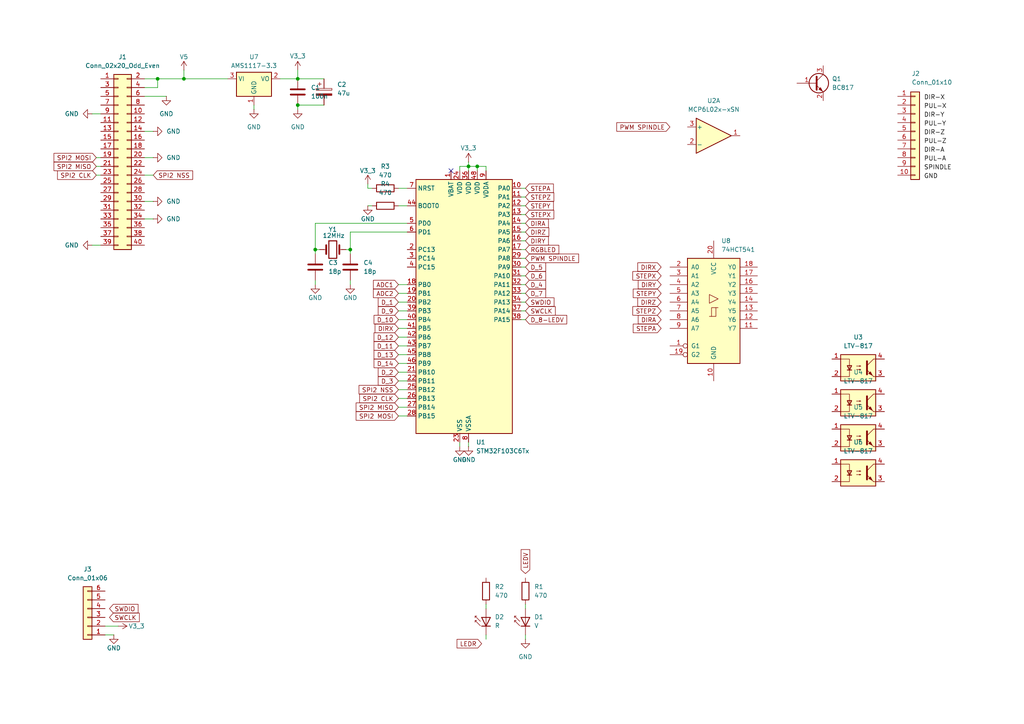
<source format=kicad_sch>
(kicad_sch (version 20240812) (generator "eeschema") (generator_version "8.99")
  (paper "A4")
  (lib_symbols
    (symbol "74xx:74HCT541" (pin_names (offset 1.016))
      (property "Reference" "U" (at -7.62 16.51 0))
      (property "Value" "74HCT541" (at -7.62 -16.51 0))
      (symbol "74HCT541_1_0"
        (polyline (pts (xy -1.27 -1.6002) (xy 0.635 -1.6002) (xy 0.635 0.9398) (xy 1.27 0.9398)))
        (polyline (pts (xy -0.635 -1.6002) (xy -0.635 0.9398) (xy 0.635 0.9398)))
        (polyline (pts (xy 1.27 3.4798) (xy -1.27 4.7498) (xy -1.27 2.2098) (xy 1.27 3.4798)) (stroke (width 0.1524)))
        (pin input line (at -12.7 12.7 0) (length 5.08) (name "A0") (number "2"))
        (pin input line (at -12.7 10.16 0) (length 5.08) (name "A1") (number "3"))
        (pin input line (at -12.7 7.62 0) (length 5.08) (name "A2") (number "4"))
        (pin input line (at -12.7 5.08 0) (length 5.08) (name "A3") (number "5"))
        (pin input line (at -12.7 2.54 0) (length 5.08) (name "A4") (number "6"))
        (pin input line (at -12.7 0 0) (length 5.08) (name "A5") (number "7"))
        (pin input line (at -12.7 -2.54 0) (length 5.08) (name "A6") (number "8"))
        (pin input line (at -12.7 -5.08 0) (length 5.08) (name "A7") (number "9"))
        (pin input inverted (at -12.7 -10.16 0) (length 5.08) (name "G1") (number "1"))
        (pin input inverted (at -12.7 -12.7 0) (length 5.08) (name "G2") (number "19"))
        (pin power_in line (at 0 20.32 270) (length 5.08) (name "VCC") (number "20"))
        (pin power_in line (at 0 -20.32 90) (length 5.08) (name "GND") (number "10"))
        (pin tri_state line (at 12.7 12.7 180) (length 5.08) (name "Y0") (number "18"))
        (pin tri_state line (at 12.7 10.16 180) (length 5.08) (name "Y1") (number "17"))
        (pin tri_state line (at 12.7 7.62 180) (length 5.08) (name "Y2") (number "16"))
        (pin tri_state line (at 12.7 5.08 180) (length 5.08) (name "Y3") (number "15"))
        (pin tri_state line (at 12.7 2.54 180) (length 5.08) (name "Y4") (number "14"))
        (pin tri_state line (at 12.7 0 180) (length 5.08) (name "Y5") (number "13"))
        (pin tri_state line (at 12.7 -2.54 180) (length 5.08) (name "Y6") (number "12"))
        (pin tri_state line (at 12.7 -5.08 180) (length 5.08) (name "Y7") (number "11"))
      )
      (symbol "74HCT541_1_1"
        (rectangle (start -7.62 15.24) (end 7.62 -15.24) (stroke (width 0.254)) (fill (type background)))
      )
    )
    (symbol "Amplifier_Operational:MCP6L02x-xSN" (pin_names (offset 0.127))
      (property "Reference" "U" (at 2.54 6.35 0))
      (property "Value" "MCP6L02x-xSN" (at 2.54 3.81 0))
      (symbol "MCP6L02x-xSN_1_1"
        (polyline (pts (xy 5.08 0) (xy -5.08 5.08) (xy -5.08 -5.08) (xy 5.08 0)) (stroke (width 0.254)) (fill (type background)))
        (pin input line (at -7.62 2.54 0) (length 2.54) (name "+") (number "3"))
        (pin input line (at -7.62 -2.54 0) (length 2.54) (name "-") (number "2"))
        (pin output line (at 7.62 0 180) (length 2.54) (name "~") (number "1"))
      )
      (symbol "MCP6L02x-xSN_2_1"
        (polyline (pts (xy 5.08 0) (xy -5.08 5.08) (xy -5.08 -5.08) (xy 5.08 0)) (stroke (width 0.254)) (fill (type background)))
        (pin input line (at -7.62 2.54 0) (length 2.54) (name "+") (number "5"))
        (pin input line (at -7.62 -2.54 0) (length 2.54) (name "-") (number "6"))
        (pin output line (at 7.62 0 180) (length 2.54) (name "~") (number "7"))
      )
      (symbol "MCP6L02x-xSN_3_1"
        (pin power_in line (at 0 7.62 270) (length 3.81) (name "V+") (number "8"))
        (pin power_in line (at 0 -7.62 90) (length 3.81) (name "V-") (number "4"))
      )
    )
    (symbol "Connector_Generic:Conn_01x06" (pin_names (offset 1.016) hide)
      (property "Reference" "J" (at 0 7.62 0))
      (property "Value" "Conn_01x06" (at 0 -10.16 0))
      (symbol "Conn_01x06_1_1"
        (rectangle (start -1.27 6.35) (end 1.27 -8.89) (stroke (width 0.254)) (fill (type background)))
        (rectangle (start -1.27 5.207) (end 0 4.953) (stroke (width 0.1524)))
        (rectangle (start -1.27 2.667) (end 0 2.413) (stroke (width 0.1524)))
        (rectangle (start -1.27 0.127) (end 0 -0.127) (stroke (width 0.1524)))
        (rectangle (start -1.27 -2.413) (end 0 -2.667) (stroke (width 0.1524)))
        (rectangle (start -1.27 -4.953) (end 0 -5.207) (stroke (width 0.1524)))
        (rectangle (start -1.27 -7.493) (end 0 -7.747) (stroke (width 0.1524)))
        (pin passive line (at -5.08 5.08 0) (length 3.81) (name "Pin_1") (number "1"))
        (pin passive line (at -5.08 2.54 0) (length 3.81) (name "Pin_2") (number "2"))
        (pin passive line (at -5.08 0 0) (length 3.81) (name "Pin_3") (number "3"))
        (pin passive line (at -5.08 -2.54 0) (length 3.81) (name "Pin_4") (number "4"))
        (pin passive line (at -5.08 -5.08 0) (length 3.81) (name "Pin_5") (number "5"))
        (pin passive line (at -5.08 -7.62 0) (length 3.81) (name "Pin_6") (number "6"))
      )
    )
    (symbol "Connector_Generic:Conn_01x10" (pin_names (offset 1.016) hide)
      (property "Reference" "J" (at 0 12.7 0))
      (property "Value" "Conn_01x10" (at 0 -15.24 0))
      (symbol "Conn_01x10_1_1"
        (rectangle (start -1.27 11.43) (end 1.27 -13.97) (stroke (width 0.254)) (fill (type background)))
        (rectangle (start -1.27 10.287) (end 0 10.033) (stroke (width 0.1524)))
        (rectangle (start -1.27 7.747) (end 0 7.493) (stroke (width 0.1524)))
        (rectangle (start -1.27 5.207) (end 0 4.953) (stroke (width 0.1524)))
        (rectangle (start -1.27 2.667) (end 0 2.413) (stroke (width 0.1524)))
        (rectangle (start -1.27 0.127) (end 0 -0.127) (stroke (width 0.1524)))
        (rectangle (start -1.27 -2.413) (end 0 -2.667) (stroke (width 0.1524)))
        (rectangle (start -1.27 -4.953) (end 0 -5.207) (stroke (width 0.1524)))
        (rectangle (start -1.27 -7.493) (end 0 -7.747) (stroke (width 0.1524)))
        (rectangle (start -1.27 -10.033) (end 0 -10.287) (stroke (width 0.1524)))
        (rectangle (start -1.27 -12.573) (end 0 -12.827) (stroke (width 0.1524)))
        (pin passive line (at -5.08 10.16 0) (length 3.81) (name "Pin_1") (number "1"))
        (pin passive line (at -5.08 7.62 0) (length 3.81) (name "Pin_2") (number "2"))
        (pin passive line (at -5.08 5.08 0) (length 3.81) (name "Pin_3") (number "3"))
        (pin passive line (at -5.08 2.54 0) (length 3.81) (name "Pin_4") (number "4"))
        (pin passive line (at -5.08 0 0) (length 3.81) (name "Pin_5") (number "5"))
        (pin passive line (at -5.08 -2.54 0) (length 3.81) (name "Pin_6") (number "6"))
        (pin passive line (at -5.08 -5.08 0) (length 3.81) (name "Pin_7") (number "7"))
        (pin passive line (at -5.08 -7.62 0) (length 3.81) (name "Pin_8") (number "8"))
        (pin passive line (at -5.08 -10.16 0) (length 3.81) (name "Pin_9") (number "9"))
        (pin passive line (at -5.08 -12.7 0) (length 3.81) (name "Pin_10") (number "10"))
      )
    )
    (symbol "Connector_Generic:Conn_02x20_Odd_Even" (pin_names (offset 1.016) hide)
      (property "Reference" "J" (at 1.27 25.4 0))
      (property "Value" "Conn_02x20_Odd_Even" (at 1.27 -27.94 0))
      (symbol "Conn_02x20_Odd_Even_1_1"
        (rectangle (start -1.27 24.13) (end 3.81 -26.67) (stroke (width 0.254)) (fill (type background)))
        (rectangle (start -1.27 22.987) (end 0 22.733) (stroke (width 0.1524)))
        (rectangle (start -1.27 20.447) (end 0 20.193) (stroke (width 0.1524)))
        (rectangle (start -1.27 17.907) (end 0 17.653) (stroke (width 0.1524)))
        (rectangle (start -1.27 15.367) (end 0 15.113) (stroke (width 0.1524)))
        (rectangle (start -1.27 12.827) (end 0 12.573) (stroke (width 0.1524)))
        (rectangle (start -1.27 10.287) (end 0 10.033) (stroke (width 0.1524)))
        (rectangle (start -1.27 7.747) (end 0 7.493) (stroke (width 0.1524)))
        (rectangle (start -1.27 5.207) (end 0 4.953) (stroke (width 0.1524)))
        (rectangle (start -1.27 2.667) (end 0 2.413) (stroke (width 0.1524)))
        (rectangle (start -1.27 0.127) (end 0 -0.127) (stroke (width 0.1524)))
        (rectangle (start -1.27 -2.413) (end 0 -2.667) (stroke (width 0.1524)))
        (rectangle (start -1.27 -4.953) (end 0 -5.207) (stroke (width 0.1524)))
        (rectangle (start -1.27 -7.493) (end 0 -7.747) (stroke (width 0.1524)))
        (rectangle (start -1.27 -10.033) (end 0 -10.287) (stroke (width 0.1524)))
        (rectangle (start -1.27 -12.573) (end 0 -12.827) (stroke (width 0.1524)))
        (rectangle (start -1.27 -15.113) (end 0 -15.367) (stroke (width 0.1524)))
        (rectangle (start -1.27 -17.653) (end 0 -17.907) (stroke (width 0.1524)))
        (rectangle (start -1.27 -20.193) (end 0 -20.447) (stroke (width 0.1524)))
        (rectangle (start -1.27 -22.733) (end 0 -22.987) (stroke (width 0.1524)))
        (rectangle (start -1.27 -25.273) (end 0 -25.527) (stroke (width 0.1524)))
        (rectangle (start 3.81 22.987) (end 2.54 22.733) (stroke (width 0.1524)))
        (rectangle (start 3.81 20.447) (end 2.54 20.193) (stroke (width 0.1524)))
        (rectangle (start 3.81 17.907) (end 2.54 17.653) (stroke (width 0.1524)))
        (rectangle (start 3.81 15.367) (end 2.54 15.113) (stroke (width 0.1524)))
        (rectangle (start 3.81 12.827) (end 2.54 12.573) (stroke (width 0.1524)))
        (rectangle (start 3.81 10.287) (end 2.54 10.033) (stroke (width 0.1524)))
        (rectangle (start 3.81 7.747) (end 2.54 7.493) (stroke (width 0.1524)))
        (rectangle (start 3.81 5.207) (end 2.54 4.953) (stroke (width 0.1524)))
        (rectangle (start 3.81 2.667) (end 2.54 2.413) (stroke (width 0.1524)))
        (rectangle (start 3.81 0.127) (end 2.54 -0.127) (stroke (width 0.1524)))
        (rectangle (start 3.81 -2.413) (end 2.54 -2.667) (stroke (width 0.1524)))
        (rectangle (start 3.81 -4.953) (end 2.54 -5.207) (stroke (width 0.1524)))
        (rectangle (start 3.81 -7.493) (end 2.54 -7.747) (stroke (width 0.1524)))
        (rectangle (start 3.81 -10.033) (end 2.54 -10.287) (stroke (width 0.1524)))
        (rectangle (start 3.81 -12.573) (end 2.54 -12.827) (stroke (width 0.1524)))
        (rectangle (start 3.81 -15.113) (end 2.54 -15.367) (stroke (width 0.1524)))
        (rectangle (start 3.81 -17.653) (end 2.54 -17.907) (stroke (width 0.1524)))
        (rectangle (start 3.81 -20.193) (end 2.54 -20.447) (stroke (width 0.1524)))
        (rectangle (start 3.81 -22.733) (end 2.54 -22.987) (stroke (width 0.1524)))
        (rectangle (start 3.81 -25.273) (end 2.54 -25.527) (stroke (width 0.1524)))
        (pin passive line (at -5.08 22.86 0) (length 3.81) (name "Pin_1") (number "1"))
        (pin passive line (at -5.08 20.32 0) (length 3.81) (name "Pin_3") (number "3"))
        (pin passive line (at -5.08 17.78 0) (length 3.81) (name "Pin_5") (number "5"))
        (pin passive line (at -5.08 15.24 0) (length 3.81) (name "Pin_7") (number "7"))
        (pin passive line (at -5.08 12.7 0) (length 3.81) (name "Pin_9") (number "9"))
        (pin passive line (at -5.08 10.16 0) (length 3.81) (name "Pin_11") (number "11"))
        (pin passive line (at -5.08 7.62 0) (length 3.81) (name "Pin_13") (number "13"))
        (pin passive line (at -5.08 5.08 0) (length 3.81) (name "Pin_15") (number "15"))
        (pin passive line (at -5.08 2.54 0) (length 3.81) (name "Pin_17") (number "17"))
        (pin passive line (at -5.08 0 0) (length 3.81) (name "Pin_19") (number "19"))
        (pin passive line (at -5.08 -2.54 0) (length 3.81) (name "Pin_21") (number "21"))
        (pin passive line (at -5.08 -5.08 0) (length 3.81) (name "Pin_23") (number "23"))
        (pin passive line (at -5.08 -7.62 0) (length 3.81) (name "Pin_25") (number "25"))
        (pin passive line (at -5.08 -10.16 0) (length 3.81) (name "Pin_27") (number "27"))
        (pin passive line (at -5.08 -12.7 0) (length 3.81) (name "Pin_29") (number "29"))
        (pin passive line (at -5.08 -15.24 0) (length 3.81) (name "Pin_31") (number "31"))
        (pin passive line (at -5.08 -17.78 0) (length 3.81) (name "Pin_33") (number "33"))
        (pin passive line (at -5.08 -20.32 0) (length 3.81) (name "Pin_35") (number "35"))
        (pin passive line (at -5.08 -22.86 0) (length 3.81) (name "Pin_37") (number "37"))
        (pin passive line (at -5.08 -25.4 0) (length 3.81) (name "Pin_39") (number "39"))
        (pin passive line (at 7.62 22.86 180) (length 3.81) (name "Pin_2") (number "2"))
        (pin passive line (at 7.62 20.32 180) (length 3.81) (name "Pin_4") (number "4"))
        (pin passive line (at 7.62 17.78 180) (length 3.81) (name "Pin_6") (number "6"))
        (pin passive line (at 7.62 15.24 180) (length 3.81) (name "Pin_8") (number "8"))
        (pin passive line (at 7.62 12.7 180) (length 3.81) (name "Pin_10") (number "10"))
        (pin passive line (at 7.62 10.16 180) (length 3.81) (name "Pin_12") (number "12"))
        (pin passive line (at 7.62 7.62 180) (length 3.81) (name "Pin_14") (number "14"))
        (pin passive line (at 7.62 5.08 180) (length 3.81) (name "Pin_16") (number "16"))
        (pin passive line (at 7.62 2.54 180) (length 3.81) (name "Pin_18") (number "18"))
        (pin passive line (at 7.62 0 180) (length 3.81) (name "Pin_20") (number "20"))
        (pin passive line (at 7.62 -2.54 180) (length 3.81) (name "Pin_22") (number "22"))
        (pin passive line (at 7.62 -5.08 180) (length 3.81) (name "Pin_24") (number "24"))
        (pin passive line (at 7.62 -7.62 180) (length 3.81) (name "Pin_26") (number "26"))
        (pin passive line (at 7.62 -10.16 180) (length 3.81) (name "Pin_28") (number "28"))
        (pin passive line (at 7.62 -12.7 180) (length 3.81) (name "Pin_30") (number "30"))
        (pin passive line (at 7.62 -15.24 180) (length 3.81) (name "Pin_32") (number "32"))
        (pin passive line (at 7.62 -17.78 180) (length 3.81) (name "Pin_34") (number "34"))
        (pin passive line (at 7.62 -20.32 180) (length 3.81) (name "Pin_36") (number "36"))
        (pin passive line (at 7.62 -22.86 180) (length 3.81) (name "Pin_38") (number "38"))
        (pin passive line (at 7.62 -25.4 180) (length 3.81) (name "Pin_40") (number "40"))
      )
    )
    (symbol "Device:C" (pin_numbers hide) (pin_names (offset 0.254))
      (property "Reference" "C" (at 0.635 2.54 0))
      (property "Value" "C" (at 0.635 -2.54 0))
      (symbol "C_0_1"
        (polyline (pts (xy -2.032 0.762) (xy 2.032 0.762)) (stroke (width 0.508)))
        (polyline (pts (xy -2.032 -0.762) (xy 2.032 -0.762)) (stroke (width 0.508)))
      )
      (symbol "C_1_1"
        (pin passive line (at 0 3.81 270) (length 2.794) (name "~") (number "1"))
        (pin passive line (at 0 -3.81 90) (length 2.794) (name "~") (number "2"))
      )
    )
    (symbol "Device:C_Polarized" (pin_numbers hide) (pin_names (offset 0.254))
      (property "Reference" "C" (at 0.635 2.54 0))
      (property "Value" "C_Polarized" (at 0.635 -2.54 0))
      (symbol "C_Polarized_0_1"
        (rectangle (start -2.286 0.508) (end 2.286 1.016))
        (polyline (pts (xy -1.778 2.286) (xy -0.762 2.286)))
        (polyline (pts (xy -1.27 2.794) (xy -1.27 1.778)))
        (rectangle (start 2.286 -0.508) (end -2.286 -1.016) (fill (type outline)))
      )
      (symbol "C_Polarized_1_1"
        (pin passive line (at 0 3.81 270) (length 2.794) (name "~") (number "1"))
        (pin passive line (at 0 -3.81 90) (length 2.794) (name "~") (number "2"))
      )
    )
    (symbol "Device:Crystal" (pin_numbers hide) (pin_names (offset 1.016) hide)
      (property "Reference" "Y" (at 0 3.81 0))
      (property "Value" "Crystal" (at 0 -3.81 0))
      (symbol "Crystal_0_1"
        (polyline (pts (xy -2.54 0) (xy -1.905 0)))
        (polyline (pts (xy -1.905 -1.27) (xy -1.905 1.27)) (stroke (width 0.508)))
        (rectangle (start -1.143 2.54) (end 1.143 -2.54) (stroke (width 0.3048)))
        (polyline (pts (xy 1.905 -1.27) (xy 1.905 1.27)) (stroke (width 0.508)))
        (polyline (pts (xy 2.54 0) (xy 1.905 0)))
      )
      (symbol "Crystal_1_1"
        (pin passive line (at -3.81 0 0) (length 1.27) (name "1") (number "1"))
        (pin passive line (at 3.81 0 180) (length 1.27) (name "2") (number "2"))
      )
    )
    (symbol "Device:R" (pin_numbers hide) (pin_names (offset 0))
      (property "Reference" "R" (at 2.032 0 90))
      (property "Value" "R" (at 0 0 90))
      (symbol "R_0_1"
        (rectangle (start -1.016 -2.54) (end 1.016 2.54) (stroke (width 0.254)))
      )
      (symbol "R_1_1"
        (pin passive line (at 0 3.81 270) (length 1.27) (name "~") (number "1"))
        (pin passive line (at 0 -3.81 90) (length 1.27) (name "~") (number "2"))
      )
    )
    (symbol "Isolator:LTV-817" (pin_names (offset 1.016))
      (property "Reference" "U" (at -5.08 5.08 0))
      (property "Value" "LTV-817" (at 0 5.08 0))
      (symbol "LTV-817_0_1"
        (rectangle (start -5.08 3.81) (end 5.08 -3.81) (stroke (width 0.254)) (fill (type background)))
        (polyline (pts (xy -5.08 2.54) (xy -2.54 2.54) (xy -2.54 -0.762)))
        (polyline (pts (xy -3.175 -0.635) (xy -1.905 -0.635)) (stroke (width 0.254)))
        (polyline (pts (xy -2.54 -0.635) (xy -2.54 -2.54) (xy -5.08 -2.54)))
        (polyline (pts (xy -2.54 -0.635) (xy -3.175 0.635) (xy -1.905 0.635) (xy -2.54 -0.635)) (stroke (width 0.254)))
        (polyline (pts (xy -0.508 0.508) (xy 0.762 0.508) (xy 0.381 0.381) (xy 0.381 0.635) (xy 0.762 0.508)))
        (polyline (pts (xy -0.508 -0.508) (xy 0.762 -0.508) (xy 0.381 -0.635) (xy 0.381 -0.381) (xy 0.762 -0.508)))
        (polyline (pts (xy 2.54 1.905) (xy 2.54 -1.905) (xy 2.54 -1.905)) (stroke (width 0.508)))
        (polyline (pts (xy 2.54 0.635) (xy 4.445 2.54)))
        (polyline (pts (xy 3.048 -1.651) (xy 3.556 -1.143) (xy 4.064 -2.159) (xy 3.048 -1.651) (xy 3.048 -1.651)) (fill (type outline)))
        (polyline (pts (xy 4.445 2.54) (xy 5.08 2.54)))
        (polyline (pts (xy 4.445 -2.54) (xy 2.54 -0.635)) (fill (type outline)))
        (polyline (pts (xy 4.445 -2.54) (xy 5.08 -2.54)))
      )
      (symbol "LTV-817_1_1"
        (pin passive line (at -7.62 2.54 0) (length 2.54) (name "~") (number "1"))
        (pin passive line (at -7.62 -2.54 0) (length 2.54) (name "~") (number "2"))
        (pin passive line (at 7.62 2.54 180) (length 2.54) (name "~") (number "4"))
        (pin passive line (at 7.62 -2.54 180) (length 2.54) (name "~") (number "3"))
      )
    )
    (symbol "LED:SFH460" (pin_numbers hide) (pin_names (offset 1.016) hide)
      (property "Reference" "D" (at 0.508 1.778 0))
      (property "Value" "SFH460" (at -1.016 -2.794 0))
      (symbol "SFH460_0_1"
        (polyline (pts (xy -2.54 1.27) (xy -2.54 -1.27)) (stroke (width 0.254)))
        (polyline (pts (xy -2.413 1.651) (xy -0.889 3.175) (xy -0.889 2.667) (xy -0.889 3.175) (xy -1.397 3.175)))
        (polyline (pts (xy -1.143 1.651) (xy 0.381 3.175) (xy 0.381 2.667)))
        (polyline (pts (xy 0 1.27) (xy 0 -1.27) (xy -2.54 0) (xy 0 1.27)) (stroke (width 0.254)))
        (polyline (pts (xy 0 0) (xy -2.54 0)))
        (polyline (pts (xy 0.381 3.175) (xy -0.127 3.175)))
      )
      (symbol "SFH460_1_1"
        (pin passive line (at -5.08 0 0) (length 2.54) (name "K") (number "1"))
        (pin passive line (at 2.54 0 180) (length 2.54) (name "A") (number "2"))
      )
    )
    (symbol "MCU_ST_STM32F1:STM32F103C6Tx"
      (property "Reference" "U" (at -12.7 39.37 0))
      (property "Value" "STM32F103C6Tx" (at 10.16 39.37 0))
      (symbol "STM32F103C6Tx_0_1"
        (rectangle (start -12.7 -35.56) (end 15.24 38.1) (stroke (width 0.254)) (fill (type background)))
      )
      (symbol "STM32F103C6Tx_1_1"
        (pin input line (at -15.24 35.56 0) (length 2.54) (name "NRST") (number "7"))
        (pin input line (at -15.24 30.48 0) (length 2.54) (name "BOOT0") (number "44"))
        (pin bidirectional line (at -15.24 25.4 0) (length 2.54) (name "PD0") (number "5"))
        (pin bidirectional line (at -15.24 22.86 0) (length 2.54) (name "PD1") (number "6"))
        (pin bidirectional line (at -15.24 17.78 0) (length 2.54) (name "PC13") (number "2"))
        (pin bidirectional line (at -15.24 15.24 0) (length 2.54) (name "PC14") (number "3"))
        (pin bidirectional line (at -15.24 12.7 0) (length 2.54) (name "PC15") (number "4"))
        (pin bidirectional line (at -15.24 7.62 0) (length 2.54) (name "PB0") (number "18"))
        (pin bidirectional line (at -15.24 5.08 0) (length 2.54) (name "PB1") (number "19"))
        (pin bidirectional line (at -15.24 2.54 0) (length 2.54) (name "PB2") (number "20"))
        (pin bidirectional line (at -15.24 0 0) (length 2.54) (name "PB3") (number "39"))
        (pin bidirectional line (at -15.24 -2.54 0) (length 2.54) (name "PB4") (number "40"))
        (pin bidirectional line (at -15.24 -5.08 0) (length 2.54) (name "PB5") (number "41"))
        (pin bidirectional line (at -15.24 -7.62 0) (length 2.54) (name "PB6") (number "42"))
        (pin bidirectional line (at -15.24 -10.16 0) (length 2.54) (name "PB7") (number "43"))
        (pin bidirectional line (at -15.24 -12.7 0) (length 2.54) (name "PB8") (number "45"))
        (pin bidirectional line (at -15.24 -15.24 0) (length 2.54) (name "PB9") (number "46"))
        (pin bidirectional line (at -15.24 -17.78 0) (length 2.54) (name "PB10") (number "21"))
        (pin bidirectional line (at -15.24 -20.32 0) (length 2.54) (name "PB11") (number "22"))
        (pin bidirectional line (at -15.24 -22.86 0) (length 2.54) (name "PB12") (number "25"))
        (pin bidirectional line (at -15.24 -25.4 0) (length 2.54) (name "PB13") (number "26"))
        (pin bidirectional line (at -15.24 -27.94 0) (length 2.54) (name "PB14") (number "27"))
        (pin bidirectional line (at -15.24 -30.48 0) (length 2.54) (name "PB15") (number "28"))
        (pin power_in line (at -2.54 40.64 270) (length 2.54) (name "VBAT") (number "1"))
        (pin power_in line (at 0 40.64 270) (length 2.54) (name "VDD") (number "24"))
        (pin power_in line (at 0 -38.1 90) (length 2.54) (name "VSS") (number "23"))
        (pin passive line (at 0 -38.1 90) (length 2.54) hide (name "VSS") (number "35"))
        (pin passive line (at 0 -38.1 90) (length 2.54) hide (name "VSS") (number "47"))
        (pin power_in line (at 2.54 40.64 270) (length 2.54) (name "VDD") (number "36"))
        (pin power_in line (at 2.54 -38.1 90) (length 2.54) (name "VSSA") (number "8"))
        (pin power_in line (at 5.08 40.64 270) (length 2.54) (name "VDD") (number "48"))
        (pin power_in line (at 7.62 40.64 270) (length 2.54) (name "VDDA") (number "9"))
        (pin bidirectional line (at 17.78 35.56 180) (length 2.54) (name "PA0") (number "10"))
        (pin bidirectional line (at 17.78 33.02 180) (length 2.54) (name "PA1") (number "11"))
        (pin bidirectional line (at 17.78 30.48 180) (length 2.54) (name "PA2") (number "12"))
        (pin bidirectional line (at 17.78 27.94 180) (length 2.54) (name "PA3") (number "13"))
        (pin bidirectional line (at 17.78 25.4 180) (length 2.54) (name "PA4") (number "14"))
        (pin bidirectional line (at 17.78 22.86 180) (length 2.54) (name "PA5") (number "15"))
        (pin bidirectional line (at 17.78 20.32 180) (length 2.54) (name "PA6") (number "16"))
        (pin bidirectional line (at 17.78 17.78 180) (length 2.54) (name "PA7") (number "17"))
        (pin bidirectional line (at 17.78 15.24 180) (length 2.54) (name "PA8") (number "29"))
        (pin bidirectional line (at 17.78 12.7 180) (length 2.54) (name "PA9") (number "30"))
        (pin bidirectional line (at 17.78 10.16 180) (length 2.54) (name "PA10") (number "31"))
        (pin bidirectional line (at 17.78 7.62 180) (length 2.54) (name "PA11") (number "32"))
        (pin bidirectional line (at 17.78 5.08 180) (length 2.54) (name "PA12") (number "33"))
        (pin bidirectional line (at 17.78 2.54 180) (length 2.54) (name "PA13") (number "34"))
        (pin bidirectional line (at 17.78 0 180) (length 2.54) (name "PA14") (number "37"))
        (pin bidirectional line (at 17.78 -2.54 180) (length 2.54) (name "PA15") (number "38"))
      )
    )
    (symbol "Regulator_Linear:AMS1117-3.3"
      (property "Reference" "U" (at -3.81 3.175 0))
      (property "Value" "AMS1117-3.3" (at 0 3.175 0))
      (symbol "AMS1117-3.3_0_1"
        (rectangle (start -5.08 -5.08) (end 5.08 1.905) (stroke (width 0.254)) (fill (type background)))
      )
      (symbol "AMS1117-3.3_1_1"
        (pin power_in line (at -7.62 0 0) (length 2.54) (name "VI") (number "3"))
        (pin power_in line (at 0 -7.62 90) (length 2.54) (name "GND") (number "1"))
        (pin power_out line (at 7.62 0 180) (length 2.54) (name "VO") (number "2"))
      )
    )
    (symbol "Transistor_BJT:BC817" (pin_names (offset 0) hide)
      (property "Reference" "Q" (at 5.08 1.905 0))
      (property "Value" "BC817" (at 5.08 0 0))
      (symbol "BC817_0_1"
        (polyline (pts (xy 0.635 1.905) (xy 0.635 -1.905) (xy 0.635 -1.905)) (stroke (width 0.508)))
        (polyline (pts (xy 0.635 0.635) (xy 2.54 2.54)))
        (polyline (pts (xy 0.635 -0.635) (xy 2.54 -2.54) (xy 2.54 -2.54)))
        (circle (center 1.27 0) (radius 2.8194) (stroke (width 0.254)))
        (polyline (pts (xy 1.27 -1.778) (xy 1.778 -1.27) (xy 2.286 -2.286) (xy 1.27 -1.778) (xy 1.27 -1.778)) (fill (type outline)))
      )
      (symbol "BC817_1_1"
        (pin input line (at -5.08 0 0) (length 5.715) (name "B") (number "1"))
        (pin passive line (at 2.54 5.08 270) (length 2.54) (name "C") (number "3"))
        (pin passive line (at 2.54 -5.08 90) (length 2.54) (name "E") (number "2"))
      )
    )
    (symbol "power:GND" (power) (pin_numbers hide) (pin_names (offset 0) hide)
      (property "Value" "GND" (at 0 -3.81 0))
      (symbol "GND_0_1"
        (polyline (pts (xy 0 0) (xy 0 -1.27) (xy 1.27 -1.27) (xy 0 -2.54) (xy -1.27 -1.27) (xy 0 -1.27)))
      )
      (symbol "GND_1_1"
        (pin power_in line (at 0 0 270) (length 0) (name "~") (number "1"))
      )
    )
    (symbol "power:VCC" (power) (pin_numbers hide) (pin_names (offset 0) hide)
      (property "Value" "VCC" (at 0 3.556 0))
      (symbol "VCC_0_1"
        (polyline (pts (xy -0.762 1.27) (xy 0 2.54)))
        (polyline (pts (xy 0 2.54) (xy 0.762 1.27)))
        (polyline (pts (xy 0 0) (xy 0 2.54)))
      )
      (symbol "VCC_1_1"
        (pin power_in line (at 0 0 90) (length 0) (name "~") (number "1"))
      )
    )
  )
  (junction (at 53.34 22.86))
  (junction (at 45.72 22.86))
  (junction (at 135.89 48.26))
  (junction (at 86.36 30.48))
  (junction (at 101.6 72.39))
  (junction (at 86.36 22.86))
  (junction (at 138.43 48.26))
  (junction (at 91.44 72.39))
  (no_connect (at 130.81 49.53))
  (wire (pts (xy 115.57 100.33) (xy 118.11 100.33)))
  (wire (pts (xy 26.67 33.02) (xy 29.21 33.02)))
  (wire (pts (xy 115.57 90.17) (xy 118.11 90.17)))
  (wire (pts (xy 41.91 27.94) (xy 48.26 27.94)))
  (wire (pts (xy 115.57 107.95) (xy 118.11 107.95)))
  (wire (pts (xy 151.13 72.39) (xy 152.4 72.39)))
  (wire (pts (xy 151.13 67.31) (xy 152.4 67.31)))
  (wire (pts (xy 151.13 77.47) (xy 152.4 77.47)))
  (wire (pts (xy 53.34 20.32) (xy 53.34 22.86)))
  (wire (pts (xy 115.57 59.69) (xy 118.11 59.69)))
  (wire (pts (xy 106.68 54.61) (xy 107.95 54.61)))
  (wire (pts (xy 115.57 102.87) (xy 118.11 102.87)))
  (wire (pts (xy 133.35 49.53) (xy 133.35 48.26)))
  (wire (pts (xy 45.72 22.86) (xy 53.34 22.86)))
  (wire (pts (xy 140.97 48.26) (xy 140.97 49.53)))
  (wire (pts (xy 41.91 45.72) (xy 44.45 45.72)))
  (wire (pts (xy 30.48 181.61) (xy 34.29 181.61)))
  (wire (pts (xy 91.44 64.77) (xy 118.11 64.77)))
  (wire (pts (xy 30.48 184.15) (xy 33.02 184.15)))
  (wire (pts (xy 41.91 38.1) (xy 44.45 38.1)))
  (wire (pts (xy 81.28 22.86) (xy 86.36 22.86)))
  (wire (pts (xy 115.57 85.09) (xy 118.11 85.09)))
  (wire (pts (xy 26.67 71.12) (xy 29.21 71.12)))
  (wire (pts (xy 27.94 45.72) (xy 29.21 45.72)))
  (wire (pts (xy 100.33 72.39) (xy 101.6 72.39)))
  (wire (pts (xy 151.13 92.71) (xy 152.4 92.71)))
  (wire (pts (xy 151.13 62.23) (xy 152.4 62.23)))
  (wire (pts (xy 151.13 57.15) (xy 152.4 57.15)))
  (wire (pts (xy 151.13 74.93) (xy 152.4 74.93)))
  (wire (pts (xy 86.36 30.48) (xy 86.36 31.75)))
  (wire (pts (xy 135.89 48.26) (xy 138.43 48.26)))
  (wire (pts (xy 27.94 50.8) (xy 29.21 50.8)))
  (wire (pts (xy 101.6 67.31) (xy 101.6 72.39)))
  (wire (pts (xy 152.4 184.15) (xy 152.4 185.42)))
  (wire (pts (xy 140.97 184.15) (xy 140.97 185.42)))
  (wire (pts (xy 151.13 90.17) (xy 152.4 90.17)))
  (wire (pts (xy 115.57 87.63) (xy 118.11 87.63)))
  (wire (pts (xy 41.91 63.5) (xy 44.45 63.5)))
  (wire (pts (xy 101.6 81.28) (xy 101.6 82.55)))
  (wire (pts (xy 41.91 50.8) (xy 44.45 50.8)))
  (wire (pts (xy 41.91 25.4) (xy 45.72 25.4)))
  (wire (pts (xy 106.68 59.69) (xy 107.95 59.69)))
  (wire (pts (xy 135.89 128.27) (xy 135.89 129.54)))
  (wire (pts (xy 151.13 54.61) (xy 152.4 54.61)))
  (wire (pts (xy 140.97 175.26) (xy 140.97 176.53)))
  (wire (pts (xy 73.66 30.48) (xy 73.66 31.75)))
  (wire (pts (xy 152.4 175.26) (xy 152.4 176.53)))
  (wire (pts (xy 115.57 120.65) (xy 118.11 120.65)))
  (wire (pts (xy 133.35 48.26) (xy 135.89 48.26)))
  (wire (pts (xy 27.94 48.26) (xy 29.21 48.26)))
  (wire (pts (xy 41.91 22.86) (xy 45.72 22.86)))
  (wire (pts (xy 91.44 72.39) (xy 91.44 64.77)))
  (wire (pts (xy 151.13 80.01) (xy 152.4 80.01)))
  (wire (pts (xy 115.57 105.41) (xy 118.11 105.41)))
  (wire (pts (xy 45.72 25.4) (xy 45.72 22.86)))
  (wire (pts (xy 151.13 82.55) (xy 152.4 82.55)))
  (wire (pts (xy 135.89 48.26) (xy 135.89 49.53)))
  (wire (pts (xy 115.57 118.11) (xy 118.11 118.11)))
  (wire (pts (xy 91.44 72.39) (xy 92.71 72.39)))
  (wire (pts (xy 91.44 81.28) (xy 91.44 82.55)))
  (wire (pts (xy 86.36 30.48) (xy 93.98 30.48)))
  (wire (pts (xy 151.13 69.85) (xy 152.4 69.85)))
  (wire (pts (xy 138.43 48.26) (xy 138.43 49.53)))
  (wire (pts (xy 115.57 115.57) (xy 118.11 115.57)))
  (wire (pts (xy 106.68 53.34) (xy 106.68 54.61)))
  (wire (pts (xy 138.43 48.26) (xy 140.97 48.26)))
  (wire (pts (xy 133.35 128.27) (xy 133.35 129.54)))
  (wire (pts (xy 115.57 82.55) (xy 118.11 82.55)))
  (wire (pts (xy 115.57 113.03) (xy 118.11 113.03)))
  (wire (pts (xy 115.57 54.61) (xy 118.11 54.61)))
  (wire (pts (xy 151.13 87.63) (xy 152.4 87.63)))
  (wire (pts (xy 101.6 72.39) (xy 101.6 73.66)))
  (wire (pts (xy 151.13 64.77) (xy 152.4 64.77)))
  (wire (pts (xy 41.91 58.42) (xy 44.45 58.42)))
  (wire (pts (xy 118.11 67.31) (xy 101.6 67.31)))
  (wire (pts (xy 151.13 59.69) (xy 152.4 59.69)))
  (wire (pts (xy 115.57 92.71) (xy 118.11 92.71)))
  (wire (pts (xy 115.57 110.49) (xy 118.11 110.49)))
  (wire (pts (xy 86.36 20.32) (xy 86.36 22.86)))
  (wire (pts (xy 151.13 85.09) (xy 152.4 85.09)))
  (wire (pts (xy 115.57 95.25) (xy 118.11 95.25)))
  (wire (pts (xy 115.57 97.79) (xy 118.11 97.79)))
  (wire (pts (xy 135.89 46.99) (xy 135.89 48.26)))
  (wire (pts (xy 86.36 22.86) (xy 93.98 22.86)))
  (wire (pts (xy 91.44 73.66) (xy 91.44 72.39)))
  (wire (pts (xy 53.34 22.86) (xy 66.04 22.86)))
  (label "DIR-Z" (at 267.97 39.37 0))
  (label "DIR-X" (at 267.97 29.21 0))
  (label "DIR-A" (at 267.97 44.45 0))
  (label "PUL-Y" (at 267.97 36.83 0))
  (label "PUL-Z" (at 267.97 41.91 0))
  (label "SPINDLE" (at 267.97 49.53 0))
  (label "PUL-A" (at 267.97 46.99 0))
  (label "PUL-X" (at 267.97 31.75 0))
  (label "DIR-Y" (at 267.97 34.29 0))
  (label "GND" (at 267.97 52.07 0))
  (global_label "D_5" (shape input) (at 152.4 77.47 0) (property "Intersheetrefs" "${INTERSHEET_REFS}" (effects (hide yes))))
  (global_label "STEPA" (shape input) (at 191.77 95.25 180) (property "Intersheetrefs" "${INTERSHEET_REFS}" (effects (hide yes))))
  (global_label "D_1" (shape input) (at 115.57 87.63 180) (property "Intersheetrefs" "${INTERSHEET_REFS}" (effects (hide yes))))
  (global_label "D_13" (shape input) (at 115.57 102.87 180) (property "Intersheetrefs" "${INTERSHEET_REFS}" (effects (hide yes))))
  (global_label "D_8-LEDV" (shape input) (at 152.4 92.71 0) (property "Intersheetrefs" "${INTERSHEET_REFS}" (effects (hide yes))))
  (global_label "D_10" (shape input) (at 115.57 92.71 180) (property "Intersheetrefs" "${INTERSHEET_REFS}" (effects (hide yes))))
  (global_label "D_7" (shape input) (at 152.4 85.09 0) (property "Intersheetrefs" "${INTERSHEET_REFS}" (effects (hide yes))))
  (global_label "D_11" (shape input) (at 115.57 100.33 180) (property "Intersheetrefs" "${INTERSHEET_REFS}" (effects (hide yes))))
  (global_label "STEPY" (shape input) (at 152.4 59.69 0) (property "Intersheetrefs" "${INTERSHEET_REFS}" (effects (hide yes))))
  (global_label "D_3" (shape input) (at 115.57 110.49 180) (property "Intersheetrefs" "${INTERSHEET_REFS}" (effects (hide yes))))
  (global_label "SPI2 MISO" (shape input) (at 115.57 118.11 180) (property "Intersheetrefs" "${INTERSHEET_REFS}" (effects (hide yes))))
  (global_label "RGBLED" (shape input) (at 152.4 72.39 0) (property "Intersheetrefs" "${INTERSHEET_REFS}" (effects (hide yes))))
  (global_label "STEPZ" (shape input) (at 152.4 57.15 0) (property "Intersheetrefs" "${INTERSHEET_REFS}" (effects (hide yes))))
  (global_label "DIRZ" (shape input) (at 152.4 67.31 0) (property "Intersheetrefs" "${INTERSHEET_REFS}" (effects (hide yes))))
  (global_label "D_6" (shape input) (at 152.4 80.01 0) (property "Intersheetrefs" "${INTERSHEET_REFS}" (effects (hide yes))))
  (global_label "LEDR" (shape input) (at 139.7 186.69 180) (property "Intersheetrefs" "${INTERSHEET_REFS}" (effects (hide yes))))
  (global_label "DIRX" (shape input) (at 115.57 95.25 180) (property "Intersheetrefs" "${INTERSHEET_REFS}" (effects (hide yes))))
  (global_label "SWDIO" (shape input) (at 152.4 87.63 0) (property "Intersheetrefs" "${INTERSHEET_REFS}" (effects (hide yes))))
  (global_label "SWDIO" (shape input) (at 31.75 176.53 0) (property "Intersheetrefs" "${INTERSHEET_REFS}" (effects (hide yes))))
  (global_label "DIRZ" (shape input) (at 191.77 87.63 180) (property "Intersheetrefs" "${INTERSHEET_REFS}" (effects (hide yes))))
  (global_label "STEPY" (shape input) (at 191.77 85.09 180) (property "Intersheetrefs" "${INTERSHEET_REFS}" (effects (hide yes))))
  (global_label "SPI2 NSS" (shape input) (at 115.57 113.03 180) (property "Intersheetrefs" "${INTERSHEET_REFS}" (effects (hide yes))))
  (global_label "SPI2 MISO" (shape input) (at 27.94 48.26 180) (property "Intersheetrefs" "${INTERSHEET_REFS}" (effects (hide yes))))
  (global_label "LEDV" (shape input) (at 152.4 166.37 90) (property "Intersheetrefs" "${INTERSHEET_REFS}" (effects (hide yes))))
  (global_label "PWM SPINDLE" (shape input) (at 194.31 36.83 180) (property "Intersheetrefs" "${INTERSHEET_REFS}" (effects (hide yes))))
  (global_label "SPI2 CLK" (shape input) (at 115.57 115.57 180) (property "Intersheetrefs" "${INTERSHEET_REFS}" (effects (hide yes))))
  (global_label "DIRA" (shape input) (at 191.77 92.71 180) (property "Intersheetrefs" "${INTERSHEET_REFS}" (effects (hide yes))))
  (global_label "DIRY" (shape input) (at 191.77 82.55 180) (property "Intersheetrefs" "${INTERSHEET_REFS}" (effects (hide yes))))
  (global_label "SWCLK" (shape input) (at 31.75 179.07 0) (property "Intersheetrefs" "${INTERSHEET_REFS}" (effects (hide yes))))
  (global_label "ADC1" (shape input) (at 115.57 82.55 180) (property "Intersheetrefs" "${INTERSHEET_REFS}" (effects (hide yes))))
  (global_label "D_14" (shape input) (at 115.57 105.41 180) (property "Intersheetrefs" "${INTERSHEET_REFS}" (effects (hide yes))))
  (global_label "DIRX" (shape input) (at 191.77 77.47 180) (property "Intersheetrefs" "${INTERSHEET_REFS}" (effects (hide yes))))
  (global_label "SPI2 NSS" (shape input) (at 44.45 50.8 0) (property "Intersheetrefs" "${INTERSHEET_REFS}" (effects (hide yes))))
  (global_label "ADC2" (shape input) (at 115.57 85.09 180) (property "Intersheetrefs" "${INTERSHEET_REFS}" (effects (hide yes))))
  (global_label "SWCLK" (shape input) (at 152.4 90.17 0) (property "Intersheetrefs" "${INTERSHEET_REFS}" (effects (hide yes))))
  (global_label "STEPX" (shape input) (at 152.4 62.23 0) (property "Intersheetrefs" "${INTERSHEET_REFS}" (effects (hide yes))))
  (global_label "STEPX" (shape input) (at 191.77 80.01 180) (property "Intersheetrefs" "${INTERSHEET_REFS}" (effects (hide yes))))
  (global_label "D_2" (shape input) (at 115.57 107.95 180) (property "Intersheetrefs" "${INTERSHEET_REFS}" (effects (hide yes))))
  (global_label "PWM SPINDLE" (shape input) (at 152.4 74.93 0) (property "Intersheetrefs" "${INTERSHEET_REFS}" (effects (hide yes))))
  (global_label "STEPA" (shape input) (at 152.4 54.61 0) (property "Intersheetrefs" "${INTERSHEET_REFS}" (effects (hide yes))))
  (global_label "D_12" (shape input) (at 115.57 97.79 180) (property "Intersheetrefs" "${INTERSHEET_REFS}" (effects (hide yes))))
  (global_label "D_4" (shape input) (at 152.4 82.55 0) (property "Intersheetrefs" "${INTERSHEET_REFS}" (effects (hide yes))))
  (global_label "D_9" (shape input) (at 115.57 90.17 180) (property "Intersheetrefs" "${INTERSHEET_REFS}" (effects (hide yes))))
  (global_label "DIRY" (shape input) (at 152.4 69.85 0) (property "Intersheetrefs" "${INTERSHEET_REFS}" (effects (hide yes))))
  (global_label "SPI2 CLK" (shape input) (at 27.94 50.8 180) (property "Intersheetrefs" "${INTERSHEET_REFS}" (effects (hide yes))))
  (global_label "DIRA" (shape input) (at 152.4 64.77 0) (property "Intersheetrefs" "${INTERSHEET_REFS}" (effects (hide yes))))
  (global_label "SPI2 MOSI" (shape input) (at 115.57 120.65 180) (property "Intersheetrefs" "${INTERSHEET_REFS}" (effects (hide yes))))
  (global_label "STEPZ" (shape input) (at 191.77 90.17 180) (property "Intersheetrefs" "${INTERSHEET_REFS}" (effects (hide yes))))
  (global_label "SPI2 MOSI" (shape input) (at 27.94 45.72 180) (property "Intersheetrefs" "${INTERSHEET_REFS}" (effects (hide yes))))
  (symbol (lib_id "power:GND") (at 44.45 45.72 90) (unit 1)
    (property "Reference" "#PWR012" (effects (hide yes)))
    (property "Value" "GND" (at 48.26 45.7199 90) (effects (justify right)))
    (property "Description" "Power symbol creates a global label with name \"GND\" , ground" (effects (hide yes)))
  )
  (symbol (lib_id "power:GND") (at 44.45 38.1 90) (unit 1)
    (property "Reference" "#PWR015" (effects (hide yes)))
    (property "Value" "GND" (at 48.26 38.0999 90) (effects (justify right)))
    (property "Description" "Power symbol creates a global label with name \"GND\" , ground" (effects (hide yes)))
  )
  (symbol (lib_id "Regulator_Linear:AMS1117-3.3") (at 73.66 22.86 0) (unit 1)
    (property "Reference" "U7" (at 73.66 16.51 0))
    (property "Value" "AMS1117-3.3" (at 73.66 19.05 0))
    (property "Footprint" "Package_TO_SOT_SMD:SOT-223-3_TabPin2" (effects (hide yes)))
    (property "Datasheet" "http://www.advanced-monolithic.com/pdf/ds1117.pdf" (effects (hide yes)))
    (property "Description" "1A Low Dropout regulator, positive, 3.3V fixed output, SOT-223" (effects (hide yes)))
  )
  (symbol (lib_id "Device:R") (at 140.97 171.45 0) (unit 1)
    (property "Reference" "R2" (at 143.51 170.1799 0) (effects (justify left)))
    (property "Value" "470" (at 143.51 172.7199 0) (effects (justify left)))
    (property "Description" "Resistor" (effects (hide yes)))
  )
  (symbol (lib_id "power:GND") (at 152.4 185.42 0) (unit 1)
    (property "Reference" "#PWR06" (effects (hide yes)))
    (property "Value" "GND" (at 152.4 190.5 0))
    (property "Description" "Power symbol creates a global label with name \"GND\" , ground" (effects (hide yes)))
  )
  (symbol (lib_id "Isolator:LTV-817") (at 248.92 137.16 0) (unit 1)
    (property "Reference" "U6" (at 248.92 128.27 0))
    (property "Value" "LTV-817" (at 248.92 130.81 0))
    (property "Footprint" "Package_DIP:DIP-4_W7.62mm" (effects (hide yes)))
    (property "Datasheet" "http://www.us.liteon.com/downloads/LTV-817-827-847.PDF" (effects (hide yes)))
    (property "Description" "DC Optocoupler, Vce 35V, CTR 50%, DIP-4" (effects (hide yes)))
  )
  (symbol (lib_id "power:VCC") (at 86.36 20.32 0) (unit 1)
    (property "Reference" "#PWR04" (effects (hide yes)))
    (property "Value" "V3_3" (at 86.36 16.256 0))
    (property "Description" "Power symbol creates a global label with name \"VCC\"" (effects (hide yes)))
  )
  (symbol (lib_id "LED:SFH460") (at 152.4 179.07 90) (unit 1)
    (property "Reference" "D1" (at 154.94 178.9429 90) (effects (justify right)))
    (property "Value" "V" (at 154.94 181.4829 90) (effects (justify right)))
    (property "Footprint" "Package_TO_SOT_THT:TO-18-2_Window" (effects (hide yes)))
    (property "Datasheet" "http://www.osram-os.com/Graphics/XPic6/00029609_0.pdf/SFh%20460.pdf" (effects (hide yes)))
    (property "Description" "GaAlAs Infrared LED, TO-18 package" (effects (hide yes)))
  )
  (symbol (lib_id "Amplifier_Operational:MCP6L02x-xSN") (at 207.01 39.37 0) (unit 1)
    (property "Reference" "U2" (at 207.01 29.21 0))
    (property "Value" "MCP6L02x-xSN" (at 207.01 31.75 0))
    (property "Footprint" "Package_SO:SOIC-8_3.9x4.9mm_P1.27mm" (effects (hide yes)))
    (property "Datasheet" "http://ww1.microchip.com/downloads/en/devicedoc/22140b.pdf" (effects (hide yes)))
    (property "Description" "Dual, 1 MHz, 85µA, Rail-to-Rail input and output SOIC-8" (effects (hide yes)))
  )
  (symbol (lib_id "Device:Crystal") (at 96.52 72.39 0) (unit 1)
    (property "Reference" "Y1" (at 96.52 66.548 0))
    (property "Value" "12MHz" (at 96.774 68.326 0))
    (property "Description" "Two pin crystal" (effects (hide yes)))
  )
  (symbol (lib_id "Transistor_BJT:BC817") (at 236.22 24.13 0) (unit 1)
    (property "Reference" "Q1" (at 241.3 22.8599 0) (effects (justify left)))
    (property "Value" "BC817" (at 241.3 25.3999 0) (effects (justify left)))
    (property "Footprint" "Package_TO_SOT_SMD:SOT-23" (effects (hide yes)))
    (property "Datasheet" "https://www.onsemi.com/pub/Collateral/BC818-D.pdf" (effects (hide yes)))
    (property "Description" "0.8A Ic, 45V Vce, NPN Transistor, SOT-23" (effects (hide yes)))
  )
  (symbol (lib_id "power:GND") (at 48.26 27.94 0) (unit 1)
    (property "Reference" "#PWR02" (effects (hide yes)))
    (property "Value" "GND" (at 48.26 33.02 0))
    (property "Description" "Power symbol creates a global label with name \"GND\" , ground" (effects (hide yes)))
  )
  (symbol (lib_id "power:GND") (at 135.89 129.54 0) (unit 1)
    (property "Reference" "#PWR020" (effects (hide yes)))
    (property "Value" "GND" (at 135.89 133.35 0))
    (property "Description" "Power symbol creates a global label with name \"GND\" , ground" (effects (hide yes)))
  )
  (symbol (lib_id "Connector_Generic:Conn_01x10") (at 265.43 38.1 0) (unit 1)
    (property "Reference" "J2" (at 264.414 21.336 0) (effects (justify left)))
    (property "Value" "Conn_01x10" (at 264.414 23.876 0) (effects (justify left)))
    (property "Description" "Generic connector, single row, 01x10, script generated (kicad-library-utils/schlib/autogen/connector/)" (effects (hide yes)))
  )
  (symbol (lib_id "power:GND") (at 91.44 82.55 0) (unit 1)
    (property "Reference" "#PWR08" (effects (hide yes)))
    (property "Value" "GND" (at 91.44 86.36 0))
    (property "Description" "Power symbol creates a global label with name \"GND\" , ground" (effects (hide yes)))
  )
  (symbol (lib_id "power:GND") (at 44.45 63.5 90) (unit 1)
    (property "Reference" "#PWR013" (effects (hide yes)))
    (property "Value" "GND" (at 48.26 63.4999 90) (effects (justify right)))
    (property "Description" "Power symbol creates a global label with name \"GND\" , ground" (effects (hide yes)))
  )
  (symbol (lib_id "MCU_ST_STM32F1:STM32F103C6Tx") (at 133.35 90.17 0) (unit 1)
    (property "Reference" "U1" (at 138.0841 128.27 0) (effects (justify left)))
    (property "Value" "STM32F103C6Tx" (at 138.0841 130.81 0) (effects (justify left)))
    (property "Footprint" "Package_QFP:LQFP-48_7x7mm_P0.5mm" (effects (hide yes)))
    (property "Datasheet" "https://www.st.com/resource/en/datasheet/stm32f103c6.pdf" (effects (hide yes)))
    (property "Description" "STMicroelectronics Arm Cortex-M3 MCU, 32KB flash, 10KB RAM, 72 MHz, 2.0-3.6V, 37 GPIO, LQFP48" (effects (hide yes)))
  )
  (symbol (lib_id "power:VCC") (at 34.29 181.61 270) (unit 1)
    (property "Reference" "#PWR023" (effects (hide yes)))
    (property "Value" "V3_3" (at 39.624 181.61 90))
    (property "Description" "Power symbol creates a global label with name \"VCC\"" (effects (hide yes)))
  )
  (symbol (lib_id "Isolator:LTV-817") (at 248.92 116.84 0) (unit 1)
    (property "Reference" "U4" (at 248.92 107.95 0))
    (property "Value" "LTV-817" (at 248.92 110.49 0))
    (property "Footprint" "Package_DIP:DIP-4_W7.62mm" (effects (hide yes)))
    (property "Datasheet" "http://www.us.liteon.com/downloads/LTV-817-827-847.PDF" (effects (hide yes)))
    (property "Description" "DC Optocoupler, Vce 35V, CTR 50%, DIP-4" (effects (hide yes)))
  )
  (symbol (lib_id "Connector_Generic:Conn_02x20_Odd_Even") (at 34.29 45.72 0) (unit 1)
    (property "Reference" "J1" (at 35.56 16.51 0))
    (property "Value" "Conn_02x20_Odd_Even" (at 35.56 19.05 0))
    (property "Description" "Generic connector, double row, 02x20, odd/even pin numbering scheme (row 1 odd numbers, row 2 even numbers), script generated (kicad-library-utils/schlib/autogen/connector/)" (effects (hide yes)))
  )
  (symbol (lib_id "Device:R") (at 152.4 171.45 0) (unit 1)
    (property "Reference" "R1" (at 154.94 170.1799 0) (effects (justify left)))
    (property "Value" "470" (at 154.94 172.7199 0) (effects (justify left)))
    (property "Description" "Resistor" (effects (hide yes)))
  )
  (symbol (lib_id "Device:R") (at 111.76 59.69 90) (unit 1)
    (property "Reference" "R4" (at 111.76 53.34 90))
    (property "Value" "470" (at 111.76 55.88 90))
    (property "Description" "Resistor" (effects (hide yes)))
  )
  (symbol (lib_id "power:GND") (at 86.36 31.75 0) (unit 1)
    (property "Reference" "#PWR05" (effects (hide yes)))
    (property "Value" "GND" (at 86.36 36.83 0))
    (property "Description" "Power symbol creates a global label with name \"GND\" , ground" (effects (hide yes)))
  )
  (symbol (lib_id "LED:SFH460") (at 140.97 179.07 90) (unit 1)
    (property "Reference" "D2" (at 143.51 178.9429 90) (effects (justify right)))
    (property "Value" "R" (at 143.51 181.4829 90) (effects (justify right)))
    (property "Footprint" "Package_TO_SOT_THT:TO-18-2_Window" (effects (hide yes)))
    (property "Datasheet" "http://www.osram-os.com/Graphics/XPic6/00029609_0.pdf/SFh%20460.pdf" (effects (hide yes)))
    (property "Description" "GaAlAs Infrared LED, TO-18 package" (effects (hide yes)))
  )
  (symbol (lib_id "power:GND") (at 106.68 59.69 0) (unit 1)
    (property "Reference" "#PWR011" (effects (hide yes)))
    (property "Value" "GND" (at 106.68 63.5 0))
    (property "Description" "Power symbol creates a global label with name \"GND\" , ground" (effects (hide yes)))
  )
  (symbol (lib_id "power:GND") (at 133.35 129.54 0) (unit 1)
    (property "Reference" "#PWR019" (effects (hide yes)))
    (property "Value" "GND" (at 133.35 133.35 0))
    (property "Description" "Power symbol creates a global label with name \"GND\" , ground" (effects (hide yes)))
  )
  (symbol (lib_id "power:VCC") (at 135.89 46.99 0) (unit 1)
    (property "Reference" "#PWR022" (effects (hide yes)))
    (property "Value" "V3_3" (at 135.89 42.926 0))
    (property "Description" "Power symbol creates a global label with name \"VCC\"" (effects (hide yes)))
  )
  (symbol (lib_id "Isolator:LTV-817") (at 248.92 106.68 0) (unit 1)
    (property "Reference" "U3" (at 248.92 97.79 0))
    (property "Value" "LTV-817" (at 248.92 100.33 0))
    (property "Footprint" "Package_DIP:DIP-4_W7.62mm" (effects (hide yes)))
    (property "Datasheet" "http://www.us.liteon.com/downloads/LTV-817-827-847.PDF" (effects (hide yes)))
    (property "Description" "DC Optocoupler, Vce 35V, CTR 50%, DIP-4" (effects (hide yes)))
  )
  (symbol (lib_id "Isolator:LTV-817") (at 248.92 127 0) (unit 1)
    (property "Reference" "U5" (at 248.92 118.11 0))
    (property "Value" "LTV-817" (at 248.92 120.65 0))
    (property "Footprint" "Package_DIP:DIP-4_W7.62mm" (effects (hide yes)))
    (property "Datasheet" "http://www.us.liteon.com/downloads/LTV-817-827-847.PDF" (effects (hide yes)))
    (property "Description" "DC Optocoupler, Vce 35V, CTR 50%, DIP-4" (effects (hide yes)))
  )
  (symbol (lib_id "Device:C") (at 86.36 26.67 0) (unit 1)
    (property "Reference" "C1" (at 90.17 25.3999 0) (effects (justify left)))
    (property "Value" "100n" (at 90.17 27.9399 0) (effects (justify left)))
    (property "Description" "Unpolarized capacitor" (effects (hide yes)))
  )
  (symbol (lib_id "Device:C") (at 101.6 77.47 0) (unit 1)
    (property "Reference" "C4" (at 105.41 76.1999 0) (effects (justify left)))
    (property "Value" "18p" (at 105.41 78.7399 0) (effects (justify left)))
    (property "Description" "Unpolarized capacitor" (effects (hide yes)))
  )
  (symbol (lib_id "power:GND") (at 44.45 58.42 90) (unit 1)
    (property "Reference" "#PWR014" (effects (hide yes)))
    (property "Value" "GND" (at 48.26 58.4199 90) (effects (justify right)))
    (property "Description" "Power symbol creates a global label with name \"GND\" , ground" (effects (hide yes)))
  )
  (symbol (lib_id "Device:R") (at 111.76 54.61 90) (unit 1)
    (property "Reference" "R3" (at 111.76 48.26 90))
    (property "Value" "470" (at 111.76 50.8 90))
    (property "Description" "Resistor" (effects (hide yes)))
  )
  (symbol (lib_id "Device:C") (at 91.44 77.47 0) (unit 1)
    (property "Reference" "C3" (at 95.25 76.1999 0) (effects (justify left)))
    (property "Value" "18p" (at 95.25 78.7399 0) (effects (justify left)))
    (property "Description" "Unpolarized capacitor" (effects (hide yes)))
  )
  (symbol (lib_id "power:GND") (at 26.67 71.12 270) (unit 1)
    (property "Reference" "#PWR017" (effects (hide yes)))
    (property "Value" "GND" (at 22.86 71.1199 90) (effects (justify right)))
    (property "Description" "Power symbol creates a global label with name \"GND\" , ground" (effects (hide yes)))
  )
  (symbol (lib_id "power:GND") (at 26.67 33.02 270) (unit 1)
    (property "Reference" "#PWR016" (effects (hide yes)))
    (property "Value" "GND" (at 22.86 33.0199 90) (effects (justify right)))
    (property "Description" "Power symbol creates a global label with name \"GND\" , ground" (effects (hide yes)))
  )
  (symbol (lib_id "power:VCC") (at 106.68 53.34 0) (unit 1)
    (property "Reference" "#PWR010" (effects (hide yes)))
    (property "Value" "V3_3" (at 106.68 49.53 0))
    (property "Description" "Power symbol creates a global label with name \"VCC\"" (effects (hide yes)))
  )
  (symbol (lib_id "Device:C_Polarized") (at 93.98 26.67 0) (unit 1)
    (property "Reference" "C2" (at 97.79 24.5109 0) (effects (justify left)))
    (property "Value" "47u" (at 97.79 27.0509 0) (effects (justify left)))
    (property "Description" "Polarized capacitor" (effects (hide yes)))
  )
  (symbol (lib_id "Connector_Generic:Conn_01x06") (at 25.4 179.07 180) (unit 1)
    (property "Reference" "J3" (at 25.4 165.1 0))
    (property "Value" "Conn_01x06" (at 25.4 167.64 0))
    (property "Description" "Generic connector, single row, 01x06, script generated (kicad-library-utils/schlib/autogen/connector/)" (effects (hide yes)))
  )
  (symbol (lib_id "power:GND") (at 73.66 31.75 0) (unit 1)
    (property "Reference" "#PWR01" (effects (hide yes)))
    (property "Value" "GND" (at 73.66 36.83 0))
    (property "Description" "Power symbol creates a global label with name \"GND\" , ground" (effects (hide yes)))
  )
  (symbol (lib_id "power:GND") (at 33.02 184.15 0) (unit 1)
    (property "Reference" "#PWR021" (effects (hide yes)))
    (property "Value" "GND" (at 33.02 187.96 0))
    (property "Description" "Power symbol creates a global label with name \"GND\" , ground" (effects (hide yes)))
  )
  (symbol (lib_id "74xx:74HCT541") (at 207.01 90.17 0) (unit 1)
    (property "Reference" "U8" (at 209.2041 69.85 0) (effects (justify left)))
    (property "Value" "74HCT541" (at 209.2041 72.39 0) (effects (justify left)))
    (property "Datasheet" "http://www.ti.com/lit/gpn/sn74HCT541" (effects (hide yes)))
    (property "Description" "8-bit Buffer/Line Driver 3-state outputs" (effects (hide yes)))
  )
  (symbol (lib_id "power:VCC") (at 53.34 20.32 0) (unit 1)
    (property "Reference" "#PWR03" (effects (hide yes)))
    (property "Value" "V5" (at 53.34 16.51 0))
    (property "Description" "Power symbol creates a global label with name \"VCC\"" (effects (hide yes)))
  )
  (symbol (lib_id "power:GND") (at 101.6 82.55 0) (unit 1)
    (property "Reference" "#PWR09" (effects (hide yes)))
    (property "Value" "GND" (at 101.6 86.36 0))
    (property "Description" "Power symbol creates a global label with name \"GND\" , ground" (effects (hide yes)))
  )
)
</source>
